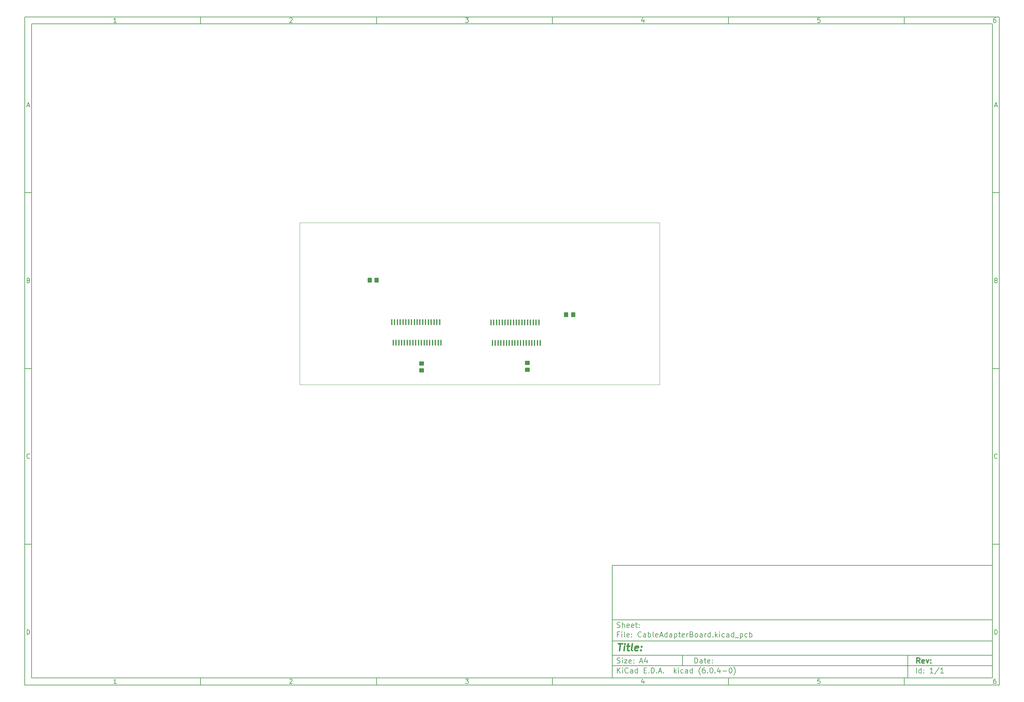
<source format=gbr>
%TF.GenerationSoftware,KiCad,Pcbnew,(6.0.4-0)*%
%TF.CreationDate,2023-08-06T12:43:48-07:00*%
%TF.ProjectId,CableAdapterBoard,4361626c-6541-4646-9170-746572426f61,rev?*%
%TF.SameCoordinates,Original*%
%TF.FileFunction,Paste,Top*%
%TF.FilePolarity,Positive*%
%FSLAX46Y46*%
G04 Gerber Fmt 4.6, Leading zero omitted, Abs format (unit mm)*
G04 Created by KiCad (PCBNEW (6.0.4-0)) date 2023-08-06 12:43:48*
%MOMM*%
%LPD*%
G01*
G04 APERTURE LIST*
G04 Aperture macros list*
%AMRoundRect*
0 Rectangle with rounded corners*
0 $1 Rounding radius*
0 $2 $3 $4 $5 $6 $7 $8 $9 X,Y pos of 4 corners*
0 Add a 4 corners polygon primitive as box body*
4,1,4,$2,$3,$4,$5,$6,$7,$8,$9,$2,$3,0*
0 Add four circle primitives for the rounded corners*
1,1,$1+$1,$2,$3*
1,1,$1+$1,$4,$5*
1,1,$1+$1,$6,$7*
1,1,$1+$1,$8,$9*
0 Add four rect primitives between the rounded corners*
20,1,$1+$1,$2,$3,$4,$5,0*
20,1,$1+$1,$4,$5,$6,$7,0*
20,1,$1+$1,$6,$7,$8,$9,0*
20,1,$1+$1,$8,$9,$2,$3,0*%
G04 Aperture macros list end*
%ADD10C,0.100000*%
%ADD11C,0.150000*%
%ADD12C,0.300000*%
%ADD13C,0.400000*%
%TA.AperFunction,Profile*%
%ADD14C,0.100000*%
%TD*%
%ADD15O,0.350000X1.800000*%
%ADD16RoundRect,0.250000X0.350000X0.450000X-0.350000X0.450000X-0.350000X-0.450000X0.350000X-0.450000X0*%
%ADD17RoundRect,0.250000X-0.350000X-0.450000X0.350000X-0.450000X0.350000X0.450000X-0.350000X0.450000X0*%
%ADD18RoundRect,0.250000X-0.450000X0.350000X-0.450000X-0.350000X0.450000X-0.350000X0.450000X0.350000X0*%
G04 APERTURE END LIST*
D10*
D11*
X177002200Y-166007200D02*
X177002200Y-198007200D01*
X285002200Y-198007200D01*
X285002200Y-166007200D01*
X177002200Y-166007200D01*
D10*
D11*
X10000000Y-10000000D02*
X10000000Y-200007200D01*
X287002200Y-200007200D01*
X287002200Y-10000000D01*
X10000000Y-10000000D01*
D10*
D11*
X12000000Y-12000000D02*
X12000000Y-198007200D01*
X285002200Y-198007200D01*
X285002200Y-12000000D01*
X12000000Y-12000000D01*
D10*
D11*
X60000000Y-12000000D02*
X60000000Y-10000000D01*
D10*
D11*
X110000000Y-12000000D02*
X110000000Y-10000000D01*
D10*
D11*
X160000000Y-12000000D02*
X160000000Y-10000000D01*
D10*
D11*
X210000000Y-12000000D02*
X210000000Y-10000000D01*
D10*
D11*
X260000000Y-12000000D02*
X260000000Y-10000000D01*
D10*
D11*
X36065476Y-11588095D02*
X35322619Y-11588095D01*
X35694047Y-11588095D02*
X35694047Y-10288095D01*
X35570238Y-10473809D01*
X35446428Y-10597619D01*
X35322619Y-10659523D01*
D10*
D11*
X85322619Y-10411904D02*
X85384523Y-10350000D01*
X85508333Y-10288095D01*
X85817857Y-10288095D01*
X85941666Y-10350000D01*
X86003571Y-10411904D01*
X86065476Y-10535714D01*
X86065476Y-10659523D01*
X86003571Y-10845238D01*
X85260714Y-11588095D01*
X86065476Y-11588095D01*
D10*
D11*
X135260714Y-10288095D02*
X136065476Y-10288095D01*
X135632142Y-10783333D01*
X135817857Y-10783333D01*
X135941666Y-10845238D01*
X136003571Y-10907142D01*
X136065476Y-11030952D01*
X136065476Y-11340476D01*
X136003571Y-11464285D01*
X135941666Y-11526190D01*
X135817857Y-11588095D01*
X135446428Y-11588095D01*
X135322619Y-11526190D01*
X135260714Y-11464285D01*
D10*
D11*
X185941666Y-10721428D02*
X185941666Y-11588095D01*
X185632142Y-10226190D02*
X185322619Y-11154761D01*
X186127380Y-11154761D01*
D10*
D11*
X236003571Y-10288095D02*
X235384523Y-10288095D01*
X235322619Y-10907142D01*
X235384523Y-10845238D01*
X235508333Y-10783333D01*
X235817857Y-10783333D01*
X235941666Y-10845238D01*
X236003571Y-10907142D01*
X236065476Y-11030952D01*
X236065476Y-11340476D01*
X236003571Y-11464285D01*
X235941666Y-11526190D01*
X235817857Y-11588095D01*
X235508333Y-11588095D01*
X235384523Y-11526190D01*
X235322619Y-11464285D01*
D10*
D11*
X285941666Y-10288095D02*
X285694047Y-10288095D01*
X285570238Y-10350000D01*
X285508333Y-10411904D01*
X285384523Y-10597619D01*
X285322619Y-10845238D01*
X285322619Y-11340476D01*
X285384523Y-11464285D01*
X285446428Y-11526190D01*
X285570238Y-11588095D01*
X285817857Y-11588095D01*
X285941666Y-11526190D01*
X286003571Y-11464285D01*
X286065476Y-11340476D01*
X286065476Y-11030952D01*
X286003571Y-10907142D01*
X285941666Y-10845238D01*
X285817857Y-10783333D01*
X285570238Y-10783333D01*
X285446428Y-10845238D01*
X285384523Y-10907142D01*
X285322619Y-11030952D01*
D10*
D11*
X60000000Y-198007200D02*
X60000000Y-200007200D01*
D10*
D11*
X110000000Y-198007200D02*
X110000000Y-200007200D01*
D10*
D11*
X160000000Y-198007200D02*
X160000000Y-200007200D01*
D10*
D11*
X210000000Y-198007200D02*
X210000000Y-200007200D01*
D10*
D11*
X260000000Y-198007200D02*
X260000000Y-200007200D01*
D10*
D11*
X36065476Y-199595295D02*
X35322619Y-199595295D01*
X35694047Y-199595295D02*
X35694047Y-198295295D01*
X35570238Y-198481009D01*
X35446428Y-198604819D01*
X35322619Y-198666723D01*
D10*
D11*
X85322619Y-198419104D02*
X85384523Y-198357200D01*
X85508333Y-198295295D01*
X85817857Y-198295295D01*
X85941666Y-198357200D01*
X86003571Y-198419104D01*
X86065476Y-198542914D01*
X86065476Y-198666723D01*
X86003571Y-198852438D01*
X85260714Y-199595295D01*
X86065476Y-199595295D01*
D10*
D11*
X135260714Y-198295295D02*
X136065476Y-198295295D01*
X135632142Y-198790533D01*
X135817857Y-198790533D01*
X135941666Y-198852438D01*
X136003571Y-198914342D01*
X136065476Y-199038152D01*
X136065476Y-199347676D01*
X136003571Y-199471485D01*
X135941666Y-199533390D01*
X135817857Y-199595295D01*
X135446428Y-199595295D01*
X135322619Y-199533390D01*
X135260714Y-199471485D01*
D10*
D11*
X185941666Y-198728628D02*
X185941666Y-199595295D01*
X185632142Y-198233390D02*
X185322619Y-199161961D01*
X186127380Y-199161961D01*
D10*
D11*
X236003571Y-198295295D02*
X235384523Y-198295295D01*
X235322619Y-198914342D01*
X235384523Y-198852438D01*
X235508333Y-198790533D01*
X235817857Y-198790533D01*
X235941666Y-198852438D01*
X236003571Y-198914342D01*
X236065476Y-199038152D01*
X236065476Y-199347676D01*
X236003571Y-199471485D01*
X235941666Y-199533390D01*
X235817857Y-199595295D01*
X235508333Y-199595295D01*
X235384523Y-199533390D01*
X235322619Y-199471485D01*
D10*
D11*
X285941666Y-198295295D02*
X285694047Y-198295295D01*
X285570238Y-198357200D01*
X285508333Y-198419104D01*
X285384523Y-198604819D01*
X285322619Y-198852438D01*
X285322619Y-199347676D01*
X285384523Y-199471485D01*
X285446428Y-199533390D01*
X285570238Y-199595295D01*
X285817857Y-199595295D01*
X285941666Y-199533390D01*
X286003571Y-199471485D01*
X286065476Y-199347676D01*
X286065476Y-199038152D01*
X286003571Y-198914342D01*
X285941666Y-198852438D01*
X285817857Y-198790533D01*
X285570238Y-198790533D01*
X285446428Y-198852438D01*
X285384523Y-198914342D01*
X285322619Y-199038152D01*
D10*
D11*
X10000000Y-60000000D02*
X12000000Y-60000000D01*
D10*
D11*
X10000000Y-110000000D02*
X12000000Y-110000000D01*
D10*
D11*
X10000000Y-160000000D02*
X12000000Y-160000000D01*
D10*
D11*
X10690476Y-35216666D02*
X11309523Y-35216666D01*
X10566666Y-35588095D02*
X11000000Y-34288095D01*
X11433333Y-35588095D01*
D10*
D11*
X11092857Y-84907142D02*
X11278571Y-84969047D01*
X11340476Y-85030952D01*
X11402380Y-85154761D01*
X11402380Y-85340476D01*
X11340476Y-85464285D01*
X11278571Y-85526190D01*
X11154761Y-85588095D01*
X10659523Y-85588095D01*
X10659523Y-84288095D01*
X11092857Y-84288095D01*
X11216666Y-84350000D01*
X11278571Y-84411904D01*
X11340476Y-84535714D01*
X11340476Y-84659523D01*
X11278571Y-84783333D01*
X11216666Y-84845238D01*
X11092857Y-84907142D01*
X10659523Y-84907142D01*
D10*
D11*
X11402380Y-135464285D02*
X11340476Y-135526190D01*
X11154761Y-135588095D01*
X11030952Y-135588095D01*
X10845238Y-135526190D01*
X10721428Y-135402380D01*
X10659523Y-135278571D01*
X10597619Y-135030952D01*
X10597619Y-134845238D01*
X10659523Y-134597619D01*
X10721428Y-134473809D01*
X10845238Y-134350000D01*
X11030952Y-134288095D01*
X11154761Y-134288095D01*
X11340476Y-134350000D01*
X11402380Y-134411904D01*
D10*
D11*
X10659523Y-185588095D02*
X10659523Y-184288095D01*
X10969047Y-184288095D01*
X11154761Y-184350000D01*
X11278571Y-184473809D01*
X11340476Y-184597619D01*
X11402380Y-184845238D01*
X11402380Y-185030952D01*
X11340476Y-185278571D01*
X11278571Y-185402380D01*
X11154761Y-185526190D01*
X10969047Y-185588095D01*
X10659523Y-185588095D01*
D10*
D11*
X287002200Y-60000000D02*
X285002200Y-60000000D01*
D10*
D11*
X287002200Y-110000000D02*
X285002200Y-110000000D01*
D10*
D11*
X287002200Y-160000000D02*
X285002200Y-160000000D01*
D10*
D11*
X285692676Y-35216666D02*
X286311723Y-35216666D01*
X285568866Y-35588095D02*
X286002200Y-34288095D01*
X286435533Y-35588095D01*
D10*
D11*
X286095057Y-84907142D02*
X286280771Y-84969047D01*
X286342676Y-85030952D01*
X286404580Y-85154761D01*
X286404580Y-85340476D01*
X286342676Y-85464285D01*
X286280771Y-85526190D01*
X286156961Y-85588095D01*
X285661723Y-85588095D01*
X285661723Y-84288095D01*
X286095057Y-84288095D01*
X286218866Y-84350000D01*
X286280771Y-84411904D01*
X286342676Y-84535714D01*
X286342676Y-84659523D01*
X286280771Y-84783333D01*
X286218866Y-84845238D01*
X286095057Y-84907142D01*
X285661723Y-84907142D01*
D10*
D11*
X286404580Y-135464285D02*
X286342676Y-135526190D01*
X286156961Y-135588095D01*
X286033152Y-135588095D01*
X285847438Y-135526190D01*
X285723628Y-135402380D01*
X285661723Y-135278571D01*
X285599819Y-135030952D01*
X285599819Y-134845238D01*
X285661723Y-134597619D01*
X285723628Y-134473809D01*
X285847438Y-134350000D01*
X286033152Y-134288095D01*
X286156961Y-134288095D01*
X286342676Y-134350000D01*
X286404580Y-134411904D01*
D10*
D11*
X285661723Y-185588095D02*
X285661723Y-184288095D01*
X285971247Y-184288095D01*
X286156961Y-184350000D01*
X286280771Y-184473809D01*
X286342676Y-184597619D01*
X286404580Y-184845238D01*
X286404580Y-185030952D01*
X286342676Y-185278571D01*
X286280771Y-185402380D01*
X286156961Y-185526190D01*
X285971247Y-185588095D01*
X285661723Y-185588095D01*
D10*
D11*
X200434342Y-193785771D02*
X200434342Y-192285771D01*
X200791485Y-192285771D01*
X201005771Y-192357200D01*
X201148628Y-192500057D01*
X201220057Y-192642914D01*
X201291485Y-192928628D01*
X201291485Y-193142914D01*
X201220057Y-193428628D01*
X201148628Y-193571485D01*
X201005771Y-193714342D01*
X200791485Y-193785771D01*
X200434342Y-193785771D01*
X202577200Y-193785771D02*
X202577200Y-193000057D01*
X202505771Y-192857200D01*
X202362914Y-192785771D01*
X202077200Y-192785771D01*
X201934342Y-192857200D01*
X202577200Y-193714342D02*
X202434342Y-193785771D01*
X202077200Y-193785771D01*
X201934342Y-193714342D01*
X201862914Y-193571485D01*
X201862914Y-193428628D01*
X201934342Y-193285771D01*
X202077200Y-193214342D01*
X202434342Y-193214342D01*
X202577200Y-193142914D01*
X203077200Y-192785771D02*
X203648628Y-192785771D01*
X203291485Y-192285771D02*
X203291485Y-193571485D01*
X203362914Y-193714342D01*
X203505771Y-193785771D01*
X203648628Y-193785771D01*
X204720057Y-193714342D02*
X204577200Y-193785771D01*
X204291485Y-193785771D01*
X204148628Y-193714342D01*
X204077200Y-193571485D01*
X204077200Y-193000057D01*
X204148628Y-192857200D01*
X204291485Y-192785771D01*
X204577200Y-192785771D01*
X204720057Y-192857200D01*
X204791485Y-193000057D01*
X204791485Y-193142914D01*
X204077200Y-193285771D01*
X205434342Y-193642914D02*
X205505771Y-193714342D01*
X205434342Y-193785771D01*
X205362914Y-193714342D01*
X205434342Y-193642914D01*
X205434342Y-193785771D01*
X205434342Y-192857200D02*
X205505771Y-192928628D01*
X205434342Y-193000057D01*
X205362914Y-192928628D01*
X205434342Y-192857200D01*
X205434342Y-193000057D01*
D10*
D11*
X177002200Y-194507200D02*
X285002200Y-194507200D01*
D10*
D11*
X178434342Y-196585771D02*
X178434342Y-195085771D01*
X179291485Y-196585771D02*
X178648628Y-195728628D01*
X179291485Y-195085771D02*
X178434342Y-195942914D01*
X179934342Y-196585771D02*
X179934342Y-195585771D01*
X179934342Y-195085771D02*
X179862914Y-195157200D01*
X179934342Y-195228628D01*
X180005771Y-195157200D01*
X179934342Y-195085771D01*
X179934342Y-195228628D01*
X181505771Y-196442914D02*
X181434342Y-196514342D01*
X181220057Y-196585771D01*
X181077200Y-196585771D01*
X180862914Y-196514342D01*
X180720057Y-196371485D01*
X180648628Y-196228628D01*
X180577200Y-195942914D01*
X180577200Y-195728628D01*
X180648628Y-195442914D01*
X180720057Y-195300057D01*
X180862914Y-195157200D01*
X181077200Y-195085771D01*
X181220057Y-195085771D01*
X181434342Y-195157200D01*
X181505771Y-195228628D01*
X182791485Y-196585771D02*
X182791485Y-195800057D01*
X182720057Y-195657200D01*
X182577200Y-195585771D01*
X182291485Y-195585771D01*
X182148628Y-195657200D01*
X182791485Y-196514342D02*
X182648628Y-196585771D01*
X182291485Y-196585771D01*
X182148628Y-196514342D01*
X182077200Y-196371485D01*
X182077200Y-196228628D01*
X182148628Y-196085771D01*
X182291485Y-196014342D01*
X182648628Y-196014342D01*
X182791485Y-195942914D01*
X184148628Y-196585771D02*
X184148628Y-195085771D01*
X184148628Y-196514342D02*
X184005771Y-196585771D01*
X183720057Y-196585771D01*
X183577200Y-196514342D01*
X183505771Y-196442914D01*
X183434342Y-196300057D01*
X183434342Y-195871485D01*
X183505771Y-195728628D01*
X183577200Y-195657200D01*
X183720057Y-195585771D01*
X184005771Y-195585771D01*
X184148628Y-195657200D01*
X186005771Y-195800057D02*
X186505771Y-195800057D01*
X186720057Y-196585771D02*
X186005771Y-196585771D01*
X186005771Y-195085771D01*
X186720057Y-195085771D01*
X187362914Y-196442914D02*
X187434342Y-196514342D01*
X187362914Y-196585771D01*
X187291485Y-196514342D01*
X187362914Y-196442914D01*
X187362914Y-196585771D01*
X188077200Y-196585771D02*
X188077200Y-195085771D01*
X188434342Y-195085771D01*
X188648628Y-195157200D01*
X188791485Y-195300057D01*
X188862914Y-195442914D01*
X188934342Y-195728628D01*
X188934342Y-195942914D01*
X188862914Y-196228628D01*
X188791485Y-196371485D01*
X188648628Y-196514342D01*
X188434342Y-196585771D01*
X188077200Y-196585771D01*
X189577200Y-196442914D02*
X189648628Y-196514342D01*
X189577200Y-196585771D01*
X189505771Y-196514342D01*
X189577200Y-196442914D01*
X189577200Y-196585771D01*
X190220057Y-196157200D02*
X190934342Y-196157200D01*
X190077200Y-196585771D02*
X190577200Y-195085771D01*
X191077200Y-196585771D01*
X191577200Y-196442914D02*
X191648628Y-196514342D01*
X191577200Y-196585771D01*
X191505771Y-196514342D01*
X191577200Y-196442914D01*
X191577200Y-196585771D01*
X194577200Y-196585771D02*
X194577200Y-195085771D01*
X194720057Y-196014342D02*
X195148628Y-196585771D01*
X195148628Y-195585771D02*
X194577200Y-196157200D01*
X195791485Y-196585771D02*
X195791485Y-195585771D01*
X195791485Y-195085771D02*
X195720057Y-195157200D01*
X195791485Y-195228628D01*
X195862914Y-195157200D01*
X195791485Y-195085771D01*
X195791485Y-195228628D01*
X197148628Y-196514342D02*
X197005771Y-196585771D01*
X196720057Y-196585771D01*
X196577200Y-196514342D01*
X196505771Y-196442914D01*
X196434342Y-196300057D01*
X196434342Y-195871485D01*
X196505771Y-195728628D01*
X196577200Y-195657200D01*
X196720057Y-195585771D01*
X197005771Y-195585771D01*
X197148628Y-195657200D01*
X198434342Y-196585771D02*
X198434342Y-195800057D01*
X198362914Y-195657200D01*
X198220057Y-195585771D01*
X197934342Y-195585771D01*
X197791485Y-195657200D01*
X198434342Y-196514342D02*
X198291485Y-196585771D01*
X197934342Y-196585771D01*
X197791485Y-196514342D01*
X197720057Y-196371485D01*
X197720057Y-196228628D01*
X197791485Y-196085771D01*
X197934342Y-196014342D01*
X198291485Y-196014342D01*
X198434342Y-195942914D01*
X199791485Y-196585771D02*
X199791485Y-195085771D01*
X199791485Y-196514342D02*
X199648628Y-196585771D01*
X199362914Y-196585771D01*
X199220057Y-196514342D01*
X199148628Y-196442914D01*
X199077200Y-196300057D01*
X199077200Y-195871485D01*
X199148628Y-195728628D01*
X199220057Y-195657200D01*
X199362914Y-195585771D01*
X199648628Y-195585771D01*
X199791485Y-195657200D01*
X202077200Y-197157200D02*
X202005771Y-197085771D01*
X201862914Y-196871485D01*
X201791485Y-196728628D01*
X201720057Y-196514342D01*
X201648628Y-196157200D01*
X201648628Y-195871485D01*
X201720057Y-195514342D01*
X201791485Y-195300057D01*
X201862914Y-195157200D01*
X202005771Y-194942914D01*
X202077200Y-194871485D01*
X203291485Y-195085771D02*
X203005771Y-195085771D01*
X202862914Y-195157200D01*
X202791485Y-195228628D01*
X202648628Y-195442914D01*
X202577200Y-195728628D01*
X202577200Y-196300057D01*
X202648628Y-196442914D01*
X202720057Y-196514342D01*
X202862914Y-196585771D01*
X203148628Y-196585771D01*
X203291485Y-196514342D01*
X203362914Y-196442914D01*
X203434342Y-196300057D01*
X203434342Y-195942914D01*
X203362914Y-195800057D01*
X203291485Y-195728628D01*
X203148628Y-195657200D01*
X202862914Y-195657200D01*
X202720057Y-195728628D01*
X202648628Y-195800057D01*
X202577200Y-195942914D01*
X204077200Y-196442914D02*
X204148628Y-196514342D01*
X204077200Y-196585771D01*
X204005771Y-196514342D01*
X204077200Y-196442914D01*
X204077200Y-196585771D01*
X205077200Y-195085771D02*
X205220057Y-195085771D01*
X205362914Y-195157200D01*
X205434342Y-195228628D01*
X205505771Y-195371485D01*
X205577200Y-195657200D01*
X205577200Y-196014342D01*
X205505771Y-196300057D01*
X205434342Y-196442914D01*
X205362914Y-196514342D01*
X205220057Y-196585771D01*
X205077200Y-196585771D01*
X204934342Y-196514342D01*
X204862914Y-196442914D01*
X204791485Y-196300057D01*
X204720057Y-196014342D01*
X204720057Y-195657200D01*
X204791485Y-195371485D01*
X204862914Y-195228628D01*
X204934342Y-195157200D01*
X205077200Y-195085771D01*
X206220057Y-196442914D02*
X206291485Y-196514342D01*
X206220057Y-196585771D01*
X206148628Y-196514342D01*
X206220057Y-196442914D01*
X206220057Y-196585771D01*
X207577200Y-195585771D02*
X207577200Y-196585771D01*
X207220057Y-195014342D02*
X206862914Y-196085771D01*
X207791485Y-196085771D01*
X208362914Y-196014342D02*
X209505771Y-196014342D01*
X210505771Y-195085771D02*
X210648628Y-195085771D01*
X210791485Y-195157200D01*
X210862914Y-195228628D01*
X210934342Y-195371485D01*
X211005771Y-195657200D01*
X211005771Y-196014342D01*
X210934342Y-196300057D01*
X210862914Y-196442914D01*
X210791485Y-196514342D01*
X210648628Y-196585771D01*
X210505771Y-196585771D01*
X210362914Y-196514342D01*
X210291485Y-196442914D01*
X210220057Y-196300057D01*
X210148628Y-196014342D01*
X210148628Y-195657200D01*
X210220057Y-195371485D01*
X210291485Y-195228628D01*
X210362914Y-195157200D01*
X210505771Y-195085771D01*
X211505771Y-197157200D02*
X211577200Y-197085771D01*
X211720057Y-196871485D01*
X211791485Y-196728628D01*
X211862914Y-196514342D01*
X211934342Y-196157200D01*
X211934342Y-195871485D01*
X211862914Y-195514342D01*
X211791485Y-195300057D01*
X211720057Y-195157200D01*
X211577200Y-194942914D01*
X211505771Y-194871485D01*
D10*
D11*
X177002200Y-191507200D02*
X285002200Y-191507200D01*
D10*
D12*
X264411485Y-193785771D02*
X263911485Y-193071485D01*
X263554342Y-193785771D02*
X263554342Y-192285771D01*
X264125771Y-192285771D01*
X264268628Y-192357200D01*
X264340057Y-192428628D01*
X264411485Y-192571485D01*
X264411485Y-192785771D01*
X264340057Y-192928628D01*
X264268628Y-193000057D01*
X264125771Y-193071485D01*
X263554342Y-193071485D01*
X265625771Y-193714342D02*
X265482914Y-193785771D01*
X265197200Y-193785771D01*
X265054342Y-193714342D01*
X264982914Y-193571485D01*
X264982914Y-193000057D01*
X265054342Y-192857200D01*
X265197200Y-192785771D01*
X265482914Y-192785771D01*
X265625771Y-192857200D01*
X265697200Y-193000057D01*
X265697200Y-193142914D01*
X264982914Y-193285771D01*
X266197200Y-192785771D02*
X266554342Y-193785771D01*
X266911485Y-192785771D01*
X267482914Y-193642914D02*
X267554342Y-193714342D01*
X267482914Y-193785771D01*
X267411485Y-193714342D01*
X267482914Y-193642914D01*
X267482914Y-193785771D01*
X267482914Y-192857200D02*
X267554342Y-192928628D01*
X267482914Y-193000057D01*
X267411485Y-192928628D01*
X267482914Y-192857200D01*
X267482914Y-193000057D01*
D10*
D11*
X178362914Y-193714342D02*
X178577200Y-193785771D01*
X178934342Y-193785771D01*
X179077200Y-193714342D01*
X179148628Y-193642914D01*
X179220057Y-193500057D01*
X179220057Y-193357200D01*
X179148628Y-193214342D01*
X179077200Y-193142914D01*
X178934342Y-193071485D01*
X178648628Y-193000057D01*
X178505771Y-192928628D01*
X178434342Y-192857200D01*
X178362914Y-192714342D01*
X178362914Y-192571485D01*
X178434342Y-192428628D01*
X178505771Y-192357200D01*
X178648628Y-192285771D01*
X179005771Y-192285771D01*
X179220057Y-192357200D01*
X179862914Y-193785771D02*
X179862914Y-192785771D01*
X179862914Y-192285771D02*
X179791485Y-192357200D01*
X179862914Y-192428628D01*
X179934342Y-192357200D01*
X179862914Y-192285771D01*
X179862914Y-192428628D01*
X180434342Y-192785771D02*
X181220057Y-192785771D01*
X180434342Y-193785771D01*
X181220057Y-193785771D01*
X182362914Y-193714342D02*
X182220057Y-193785771D01*
X181934342Y-193785771D01*
X181791485Y-193714342D01*
X181720057Y-193571485D01*
X181720057Y-193000057D01*
X181791485Y-192857200D01*
X181934342Y-192785771D01*
X182220057Y-192785771D01*
X182362914Y-192857200D01*
X182434342Y-193000057D01*
X182434342Y-193142914D01*
X181720057Y-193285771D01*
X183077200Y-193642914D02*
X183148628Y-193714342D01*
X183077200Y-193785771D01*
X183005771Y-193714342D01*
X183077200Y-193642914D01*
X183077200Y-193785771D01*
X183077200Y-192857200D02*
X183148628Y-192928628D01*
X183077200Y-193000057D01*
X183005771Y-192928628D01*
X183077200Y-192857200D01*
X183077200Y-193000057D01*
X184862914Y-193357200D02*
X185577200Y-193357200D01*
X184720057Y-193785771D02*
X185220057Y-192285771D01*
X185720057Y-193785771D01*
X186862914Y-192785771D02*
X186862914Y-193785771D01*
X186505771Y-192214342D02*
X186148628Y-193285771D01*
X187077200Y-193285771D01*
D10*
D11*
X263434342Y-196585771D02*
X263434342Y-195085771D01*
X264791485Y-196585771D02*
X264791485Y-195085771D01*
X264791485Y-196514342D02*
X264648628Y-196585771D01*
X264362914Y-196585771D01*
X264220057Y-196514342D01*
X264148628Y-196442914D01*
X264077200Y-196300057D01*
X264077200Y-195871485D01*
X264148628Y-195728628D01*
X264220057Y-195657200D01*
X264362914Y-195585771D01*
X264648628Y-195585771D01*
X264791485Y-195657200D01*
X265505771Y-196442914D02*
X265577200Y-196514342D01*
X265505771Y-196585771D01*
X265434342Y-196514342D01*
X265505771Y-196442914D01*
X265505771Y-196585771D01*
X265505771Y-195657200D02*
X265577200Y-195728628D01*
X265505771Y-195800057D01*
X265434342Y-195728628D01*
X265505771Y-195657200D01*
X265505771Y-195800057D01*
X268148628Y-196585771D02*
X267291485Y-196585771D01*
X267720057Y-196585771D02*
X267720057Y-195085771D01*
X267577200Y-195300057D01*
X267434342Y-195442914D01*
X267291485Y-195514342D01*
X269862914Y-195014342D02*
X268577200Y-196942914D01*
X271148628Y-196585771D02*
X270291485Y-196585771D01*
X270720057Y-196585771D02*
X270720057Y-195085771D01*
X270577200Y-195300057D01*
X270434342Y-195442914D01*
X270291485Y-195514342D01*
D10*
D11*
X177002200Y-187507200D02*
X285002200Y-187507200D01*
D10*
D13*
X178714580Y-188211961D02*
X179857438Y-188211961D01*
X179036009Y-190211961D02*
X179286009Y-188211961D01*
X180274104Y-190211961D02*
X180440771Y-188878628D01*
X180524104Y-188211961D02*
X180416961Y-188307200D01*
X180500295Y-188402438D01*
X180607438Y-188307200D01*
X180524104Y-188211961D01*
X180500295Y-188402438D01*
X181107438Y-188878628D02*
X181869342Y-188878628D01*
X181476485Y-188211961D02*
X181262200Y-189926247D01*
X181333628Y-190116723D01*
X181512200Y-190211961D01*
X181702676Y-190211961D01*
X182655057Y-190211961D02*
X182476485Y-190116723D01*
X182405057Y-189926247D01*
X182619342Y-188211961D01*
X184190771Y-190116723D02*
X183988390Y-190211961D01*
X183607438Y-190211961D01*
X183428866Y-190116723D01*
X183357438Y-189926247D01*
X183452676Y-189164342D01*
X183571723Y-188973866D01*
X183774104Y-188878628D01*
X184155057Y-188878628D01*
X184333628Y-188973866D01*
X184405057Y-189164342D01*
X184381247Y-189354819D01*
X183405057Y-189545295D01*
X185155057Y-190021485D02*
X185238390Y-190116723D01*
X185131247Y-190211961D01*
X185047914Y-190116723D01*
X185155057Y-190021485D01*
X185131247Y-190211961D01*
X185286009Y-188973866D02*
X185369342Y-189069104D01*
X185262200Y-189164342D01*
X185178866Y-189069104D01*
X185286009Y-188973866D01*
X185262200Y-189164342D01*
D10*
D11*
X178934342Y-185600057D02*
X178434342Y-185600057D01*
X178434342Y-186385771D02*
X178434342Y-184885771D01*
X179148628Y-184885771D01*
X179720057Y-186385771D02*
X179720057Y-185385771D01*
X179720057Y-184885771D02*
X179648628Y-184957200D01*
X179720057Y-185028628D01*
X179791485Y-184957200D01*
X179720057Y-184885771D01*
X179720057Y-185028628D01*
X180648628Y-186385771D02*
X180505771Y-186314342D01*
X180434342Y-186171485D01*
X180434342Y-184885771D01*
X181791485Y-186314342D02*
X181648628Y-186385771D01*
X181362914Y-186385771D01*
X181220057Y-186314342D01*
X181148628Y-186171485D01*
X181148628Y-185600057D01*
X181220057Y-185457200D01*
X181362914Y-185385771D01*
X181648628Y-185385771D01*
X181791485Y-185457200D01*
X181862914Y-185600057D01*
X181862914Y-185742914D01*
X181148628Y-185885771D01*
X182505771Y-186242914D02*
X182577200Y-186314342D01*
X182505771Y-186385771D01*
X182434342Y-186314342D01*
X182505771Y-186242914D01*
X182505771Y-186385771D01*
X182505771Y-185457200D02*
X182577200Y-185528628D01*
X182505771Y-185600057D01*
X182434342Y-185528628D01*
X182505771Y-185457200D01*
X182505771Y-185600057D01*
X185220057Y-186242914D02*
X185148628Y-186314342D01*
X184934342Y-186385771D01*
X184791485Y-186385771D01*
X184577200Y-186314342D01*
X184434342Y-186171485D01*
X184362914Y-186028628D01*
X184291485Y-185742914D01*
X184291485Y-185528628D01*
X184362914Y-185242914D01*
X184434342Y-185100057D01*
X184577200Y-184957200D01*
X184791485Y-184885771D01*
X184934342Y-184885771D01*
X185148628Y-184957200D01*
X185220057Y-185028628D01*
X186505771Y-186385771D02*
X186505771Y-185600057D01*
X186434342Y-185457200D01*
X186291485Y-185385771D01*
X186005771Y-185385771D01*
X185862914Y-185457200D01*
X186505771Y-186314342D02*
X186362914Y-186385771D01*
X186005771Y-186385771D01*
X185862914Y-186314342D01*
X185791485Y-186171485D01*
X185791485Y-186028628D01*
X185862914Y-185885771D01*
X186005771Y-185814342D01*
X186362914Y-185814342D01*
X186505771Y-185742914D01*
X187220057Y-186385771D02*
X187220057Y-184885771D01*
X187220057Y-185457200D02*
X187362914Y-185385771D01*
X187648628Y-185385771D01*
X187791485Y-185457200D01*
X187862914Y-185528628D01*
X187934342Y-185671485D01*
X187934342Y-186100057D01*
X187862914Y-186242914D01*
X187791485Y-186314342D01*
X187648628Y-186385771D01*
X187362914Y-186385771D01*
X187220057Y-186314342D01*
X188791485Y-186385771D02*
X188648628Y-186314342D01*
X188577200Y-186171485D01*
X188577200Y-184885771D01*
X189934342Y-186314342D02*
X189791485Y-186385771D01*
X189505771Y-186385771D01*
X189362914Y-186314342D01*
X189291485Y-186171485D01*
X189291485Y-185600057D01*
X189362914Y-185457200D01*
X189505771Y-185385771D01*
X189791485Y-185385771D01*
X189934342Y-185457200D01*
X190005771Y-185600057D01*
X190005771Y-185742914D01*
X189291485Y-185885771D01*
X190577200Y-185957200D02*
X191291485Y-185957200D01*
X190434342Y-186385771D02*
X190934342Y-184885771D01*
X191434342Y-186385771D01*
X192577200Y-186385771D02*
X192577200Y-184885771D01*
X192577200Y-186314342D02*
X192434342Y-186385771D01*
X192148628Y-186385771D01*
X192005771Y-186314342D01*
X191934342Y-186242914D01*
X191862914Y-186100057D01*
X191862914Y-185671485D01*
X191934342Y-185528628D01*
X192005771Y-185457200D01*
X192148628Y-185385771D01*
X192434342Y-185385771D01*
X192577200Y-185457200D01*
X193934342Y-186385771D02*
X193934342Y-185600057D01*
X193862914Y-185457200D01*
X193720057Y-185385771D01*
X193434342Y-185385771D01*
X193291485Y-185457200D01*
X193934342Y-186314342D02*
X193791485Y-186385771D01*
X193434342Y-186385771D01*
X193291485Y-186314342D01*
X193220057Y-186171485D01*
X193220057Y-186028628D01*
X193291485Y-185885771D01*
X193434342Y-185814342D01*
X193791485Y-185814342D01*
X193934342Y-185742914D01*
X194648628Y-185385771D02*
X194648628Y-186885771D01*
X194648628Y-185457200D02*
X194791485Y-185385771D01*
X195077200Y-185385771D01*
X195220057Y-185457200D01*
X195291485Y-185528628D01*
X195362914Y-185671485D01*
X195362914Y-186100057D01*
X195291485Y-186242914D01*
X195220057Y-186314342D01*
X195077200Y-186385771D01*
X194791485Y-186385771D01*
X194648628Y-186314342D01*
X195791485Y-185385771D02*
X196362914Y-185385771D01*
X196005771Y-184885771D02*
X196005771Y-186171485D01*
X196077200Y-186314342D01*
X196220057Y-186385771D01*
X196362914Y-186385771D01*
X197434342Y-186314342D02*
X197291485Y-186385771D01*
X197005771Y-186385771D01*
X196862914Y-186314342D01*
X196791485Y-186171485D01*
X196791485Y-185600057D01*
X196862914Y-185457200D01*
X197005771Y-185385771D01*
X197291485Y-185385771D01*
X197434342Y-185457200D01*
X197505771Y-185600057D01*
X197505771Y-185742914D01*
X196791485Y-185885771D01*
X198148628Y-186385771D02*
X198148628Y-185385771D01*
X198148628Y-185671485D02*
X198220057Y-185528628D01*
X198291485Y-185457200D01*
X198434342Y-185385771D01*
X198577200Y-185385771D01*
X199577200Y-185600057D02*
X199791485Y-185671485D01*
X199862914Y-185742914D01*
X199934342Y-185885771D01*
X199934342Y-186100057D01*
X199862914Y-186242914D01*
X199791485Y-186314342D01*
X199648628Y-186385771D01*
X199077200Y-186385771D01*
X199077200Y-184885771D01*
X199577200Y-184885771D01*
X199720057Y-184957200D01*
X199791485Y-185028628D01*
X199862914Y-185171485D01*
X199862914Y-185314342D01*
X199791485Y-185457200D01*
X199720057Y-185528628D01*
X199577200Y-185600057D01*
X199077200Y-185600057D01*
X200791485Y-186385771D02*
X200648628Y-186314342D01*
X200577200Y-186242914D01*
X200505771Y-186100057D01*
X200505771Y-185671485D01*
X200577200Y-185528628D01*
X200648628Y-185457200D01*
X200791485Y-185385771D01*
X201005771Y-185385771D01*
X201148628Y-185457200D01*
X201220057Y-185528628D01*
X201291485Y-185671485D01*
X201291485Y-186100057D01*
X201220057Y-186242914D01*
X201148628Y-186314342D01*
X201005771Y-186385771D01*
X200791485Y-186385771D01*
X202577200Y-186385771D02*
X202577200Y-185600057D01*
X202505771Y-185457200D01*
X202362914Y-185385771D01*
X202077200Y-185385771D01*
X201934342Y-185457200D01*
X202577200Y-186314342D02*
X202434342Y-186385771D01*
X202077200Y-186385771D01*
X201934342Y-186314342D01*
X201862914Y-186171485D01*
X201862914Y-186028628D01*
X201934342Y-185885771D01*
X202077200Y-185814342D01*
X202434342Y-185814342D01*
X202577200Y-185742914D01*
X203291485Y-186385771D02*
X203291485Y-185385771D01*
X203291485Y-185671485D02*
X203362914Y-185528628D01*
X203434342Y-185457200D01*
X203577200Y-185385771D01*
X203720057Y-185385771D01*
X204862914Y-186385771D02*
X204862914Y-184885771D01*
X204862914Y-186314342D02*
X204720057Y-186385771D01*
X204434342Y-186385771D01*
X204291485Y-186314342D01*
X204220057Y-186242914D01*
X204148628Y-186100057D01*
X204148628Y-185671485D01*
X204220057Y-185528628D01*
X204291485Y-185457200D01*
X204434342Y-185385771D01*
X204720057Y-185385771D01*
X204862914Y-185457200D01*
X205577200Y-186242914D02*
X205648628Y-186314342D01*
X205577200Y-186385771D01*
X205505771Y-186314342D01*
X205577200Y-186242914D01*
X205577200Y-186385771D01*
X206291485Y-186385771D02*
X206291485Y-184885771D01*
X206434342Y-185814342D02*
X206862914Y-186385771D01*
X206862914Y-185385771D02*
X206291485Y-185957200D01*
X207505771Y-186385771D02*
X207505771Y-185385771D01*
X207505771Y-184885771D02*
X207434342Y-184957200D01*
X207505771Y-185028628D01*
X207577200Y-184957200D01*
X207505771Y-184885771D01*
X207505771Y-185028628D01*
X208862914Y-186314342D02*
X208720057Y-186385771D01*
X208434342Y-186385771D01*
X208291485Y-186314342D01*
X208220057Y-186242914D01*
X208148628Y-186100057D01*
X208148628Y-185671485D01*
X208220057Y-185528628D01*
X208291485Y-185457200D01*
X208434342Y-185385771D01*
X208720057Y-185385771D01*
X208862914Y-185457200D01*
X210148628Y-186385771D02*
X210148628Y-185600057D01*
X210077200Y-185457200D01*
X209934342Y-185385771D01*
X209648628Y-185385771D01*
X209505771Y-185457200D01*
X210148628Y-186314342D02*
X210005771Y-186385771D01*
X209648628Y-186385771D01*
X209505771Y-186314342D01*
X209434342Y-186171485D01*
X209434342Y-186028628D01*
X209505771Y-185885771D01*
X209648628Y-185814342D01*
X210005771Y-185814342D01*
X210148628Y-185742914D01*
X211505771Y-186385771D02*
X211505771Y-184885771D01*
X211505771Y-186314342D02*
X211362914Y-186385771D01*
X211077200Y-186385771D01*
X210934342Y-186314342D01*
X210862914Y-186242914D01*
X210791485Y-186100057D01*
X210791485Y-185671485D01*
X210862914Y-185528628D01*
X210934342Y-185457200D01*
X211077200Y-185385771D01*
X211362914Y-185385771D01*
X211505771Y-185457200D01*
X211862914Y-186528628D02*
X213005771Y-186528628D01*
X213362914Y-185385771D02*
X213362914Y-186885771D01*
X213362914Y-185457200D02*
X213505771Y-185385771D01*
X213791485Y-185385771D01*
X213934342Y-185457200D01*
X214005771Y-185528628D01*
X214077200Y-185671485D01*
X214077200Y-186100057D01*
X214005771Y-186242914D01*
X213934342Y-186314342D01*
X213791485Y-186385771D01*
X213505771Y-186385771D01*
X213362914Y-186314342D01*
X215362914Y-186314342D02*
X215220057Y-186385771D01*
X214934342Y-186385771D01*
X214791485Y-186314342D01*
X214720057Y-186242914D01*
X214648628Y-186100057D01*
X214648628Y-185671485D01*
X214720057Y-185528628D01*
X214791485Y-185457200D01*
X214934342Y-185385771D01*
X215220057Y-185385771D01*
X215362914Y-185457200D01*
X216005771Y-186385771D02*
X216005771Y-184885771D01*
X216005771Y-185457200D02*
X216148628Y-185385771D01*
X216434342Y-185385771D01*
X216577200Y-185457200D01*
X216648628Y-185528628D01*
X216720057Y-185671485D01*
X216720057Y-186100057D01*
X216648628Y-186242914D01*
X216577200Y-186314342D01*
X216434342Y-186385771D01*
X216148628Y-186385771D01*
X216005771Y-186314342D01*
D10*
D11*
X177002200Y-181507200D02*
X285002200Y-181507200D01*
D10*
D11*
X178362914Y-183614342D02*
X178577200Y-183685771D01*
X178934342Y-183685771D01*
X179077200Y-183614342D01*
X179148628Y-183542914D01*
X179220057Y-183400057D01*
X179220057Y-183257200D01*
X179148628Y-183114342D01*
X179077200Y-183042914D01*
X178934342Y-182971485D01*
X178648628Y-182900057D01*
X178505771Y-182828628D01*
X178434342Y-182757200D01*
X178362914Y-182614342D01*
X178362914Y-182471485D01*
X178434342Y-182328628D01*
X178505771Y-182257200D01*
X178648628Y-182185771D01*
X179005771Y-182185771D01*
X179220057Y-182257200D01*
X179862914Y-183685771D02*
X179862914Y-182185771D01*
X180505771Y-183685771D02*
X180505771Y-182900057D01*
X180434342Y-182757200D01*
X180291485Y-182685771D01*
X180077200Y-182685771D01*
X179934342Y-182757200D01*
X179862914Y-182828628D01*
X181791485Y-183614342D02*
X181648628Y-183685771D01*
X181362914Y-183685771D01*
X181220057Y-183614342D01*
X181148628Y-183471485D01*
X181148628Y-182900057D01*
X181220057Y-182757200D01*
X181362914Y-182685771D01*
X181648628Y-182685771D01*
X181791485Y-182757200D01*
X181862914Y-182900057D01*
X181862914Y-183042914D01*
X181148628Y-183185771D01*
X183077200Y-183614342D02*
X182934342Y-183685771D01*
X182648628Y-183685771D01*
X182505771Y-183614342D01*
X182434342Y-183471485D01*
X182434342Y-182900057D01*
X182505771Y-182757200D01*
X182648628Y-182685771D01*
X182934342Y-182685771D01*
X183077200Y-182757200D01*
X183148628Y-182900057D01*
X183148628Y-183042914D01*
X182434342Y-183185771D01*
X183577200Y-182685771D02*
X184148628Y-182685771D01*
X183791485Y-182185771D02*
X183791485Y-183471485D01*
X183862914Y-183614342D01*
X184005771Y-183685771D01*
X184148628Y-183685771D01*
X184648628Y-183542914D02*
X184720057Y-183614342D01*
X184648628Y-183685771D01*
X184577200Y-183614342D01*
X184648628Y-183542914D01*
X184648628Y-183685771D01*
X184648628Y-182757200D02*
X184720057Y-182828628D01*
X184648628Y-182900057D01*
X184577200Y-182828628D01*
X184648628Y-182757200D01*
X184648628Y-182900057D01*
D10*
D12*
D10*
D11*
D10*
D11*
D10*
D11*
D10*
D11*
D10*
D11*
X197002200Y-191507200D02*
X197002200Y-194507200D01*
D10*
D11*
X261002200Y-191507200D02*
X261002200Y-198007200D01*
D14*
X190480000Y-68510000D02*
X190480000Y-114600000D01*
X190480000Y-114600000D02*
X88130000Y-114600000D01*
X88130000Y-114600000D02*
X88130000Y-68510000D01*
X88130000Y-68510000D02*
X162400000Y-68510000D01*
X162400000Y-68510000D02*
X190480000Y-68510000D01*
D15*
%TO.C,J21*%
X156125000Y-96890000D03*
X155325000Y-96890000D03*
X154525000Y-96890000D03*
X153725000Y-96890000D03*
X152925000Y-96890000D03*
X152125000Y-96890000D03*
X151325000Y-96890000D03*
X150525000Y-96890000D03*
X149725000Y-96890000D03*
X148925000Y-96890000D03*
X148125000Y-96890000D03*
X147325000Y-96890000D03*
X146525000Y-96890000D03*
X145725000Y-96890000D03*
X144925000Y-96890000D03*
X144125000Y-96890000D03*
X143325000Y-96890000D03*
X142525000Y-96890000D03*
X156525000Y-102710000D03*
X155725000Y-102710000D03*
X154925000Y-102710000D03*
X154125000Y-102710000D03*
X153325000Y-102710000D03*
X152525000Y-102710000D03*
X151725000Y-102710000D03*
X150925000Y-102710000D03*
X150125000Y-102710000D03*
X149325000Y-102710000D03*
X148525000Y-102710000D03*
X147725000Y-102710000D03*
X146925000Y-102710000D03*
X146125000Y-102710000D03*
X145325000Y-102710000D03*
X144525000Y-102710000D03*
X143725000Y-102710000D03*
X142925000Y-102710000D03*
%TD*%
D16*
%TO.C,R3*%
X110030000Y-84890000D03*
X108030000Y-84890000D03*
%TD*%
D17*
%TO.C,R2*%
X163890000Y-94720000D03*
X165890000Y-94720000D03*
%TD*%
D18*
%TO.C,R4*%
X122840000Y-108550000D03*
X122840000Y-110550000D03*
%TD*%
D15*
%TO.C,J31*%
X127925000Y-96840000D03*
X127125000Y-96840000D03*
X126325000Y-96840000D03*
X125525000Y-96840000D03*
X124725000Y-96840000D03*
X123925000Y-96840000D03*
X123125000Y-96840000D03*
X122325000Y-96840000D03*
X121525000Y-96840000D03*
X120725000Y-96840000D03*
X119925000Y-96840000D03*
X119125000Y-96840000D03*
X118325000Y-96840000D03*
X117525000Y-96840000D03*
X116725000Y-96840000D03*
X115925000Y-96840000D03*
X115125000Y-96840000D03*
X114325000Y-96840000D03*
X128325000Y-102660000D03*
X127525000Y-102660000D03*
X126725000Y-102660000D03*
X125925000Y-102660000D03*
X125125000Y-102660000D03*
X124325000Y-102660000D03*
X123525000Y-102660000D03*
X122725000Y-102660000D03*
X121925000Y-102660000D03*
X121125000Y-102660000D03*
X120325000Y-102660000D03*
X119525000Y-102660000D03*
X118725000Y-102660000D03*
X117925000Y-102660000D03*
X117125000Y-102660000D03*
X116325000Y-102660000D03*
X115525000Y-102660000D03*
X114725000Y-102660000D03*
%TD*%
D18*
%TO.C,R1*%
X152840000Y-108360000D03*
X152840000Y-110360000D03*
%TD*%
M02*

</source>
